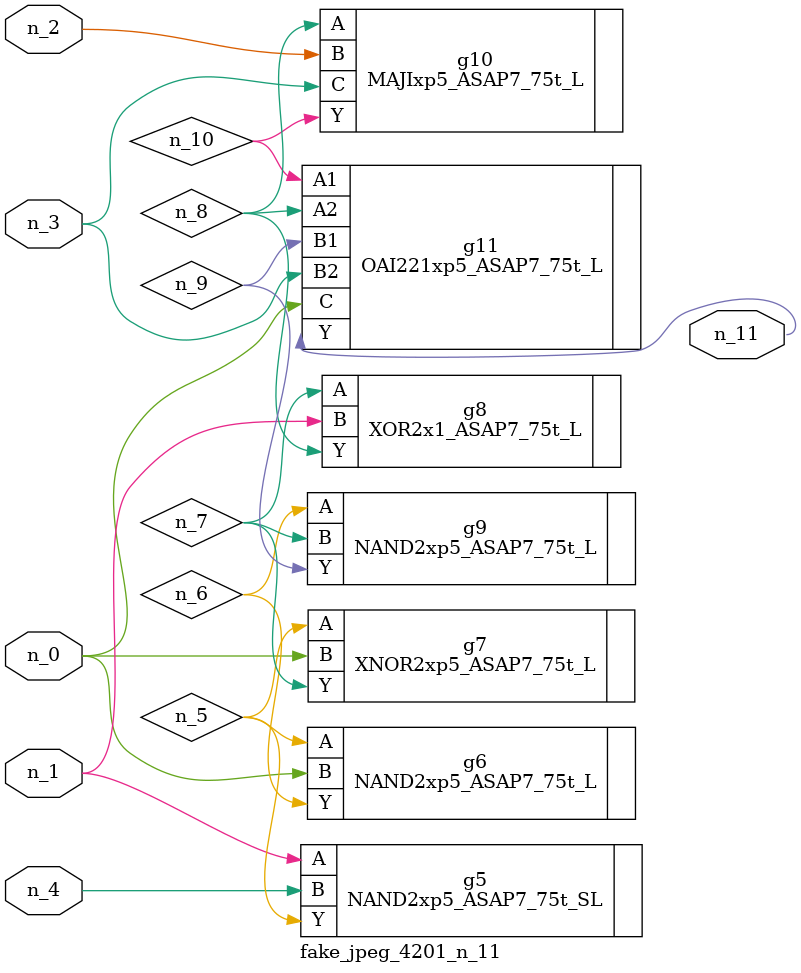
<source format=v>
module fake_jpeg_4201_n_11 (n_3, n_2, n_1, n_0, n_4, n_11);

input n_3;
input n_2;
input n_1;
input n_0;
input n_4;

output n_11;

wire n_10;
wire n_8;
wire n_9;
wire n_6;
wire n_5;
wire n_7;

NAND2xp5_ASAP7_75t_SL g5 ( 
.A(n_1),
.B(n_4),
.Y(n_5)
);

NAND2xp5_ASAP7_75t_L g6 ( 
.A(n_5),
.B(n_0),
.Y(n_6)
);

NAND2xp5_ASAP7_75t_L g9 ( 
.A(n_6),
.B(n_7),
.Y(n_9)
);

XNOR2xp5_ASAP7_75t_L g7 ( 
.A(n_5),
.B(n_0),
.Y(n_7)
);

XOR2x1_ASAP7_75t_L g8 ( 
.A(n_7),
.B(n_1),
.Y(n_8)
);

MAJIxp5_ASAP7_75t_L g10 ( 
.A(n_8),
.B(n_2),
.C(n_3),
.Y(n_10)
);

OAI221xp5_ASAP7_75t_L g11 ( 
.A1(n_10),
.A2(n_8),
.B1(n_9),
.B2(n_3),
.C(n_0),
.Y(n_11)
);


endmodule
</source>
